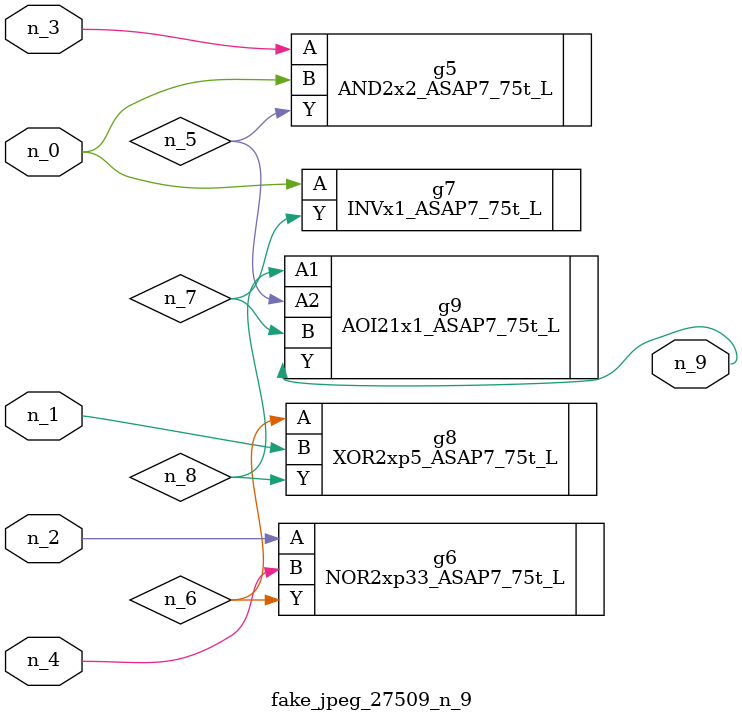
<source format=v>
module fake_jpeg_27509_n_9 (n_3, n_2, n_1, n_0, n_4, n_9);

input n_3;
input n_2;
input n_1;
input n_0;
input n_4;

output n_9;

wire n_8;
wire n_6;
wire n_5;
wire n_7;

AND2x2_ASAP7_75t_L g5 ( 
.A(n_3),
.B(n_0),
.Y(n_5)
);

NOR2xp33_ASAP7_75t_L g6 ( 
.A(n_2),
.B(n_4),
.Y(n_6)
);

INVx1_ASAP7_75t_L g7 ( 
.A(n_0),
.Y(n_7)
);

XOR2xp5_ASAP7_75t_L g8 ( 
.A(n_6),
.B(n_1),
.Y(n_8)
);

AOI21x1_ASAP7_75t_L g9 ( 
.A1(n_8),
.A2(n_5),
.B(n_7),
.Y(n_9)
);


endmodule
</source>
